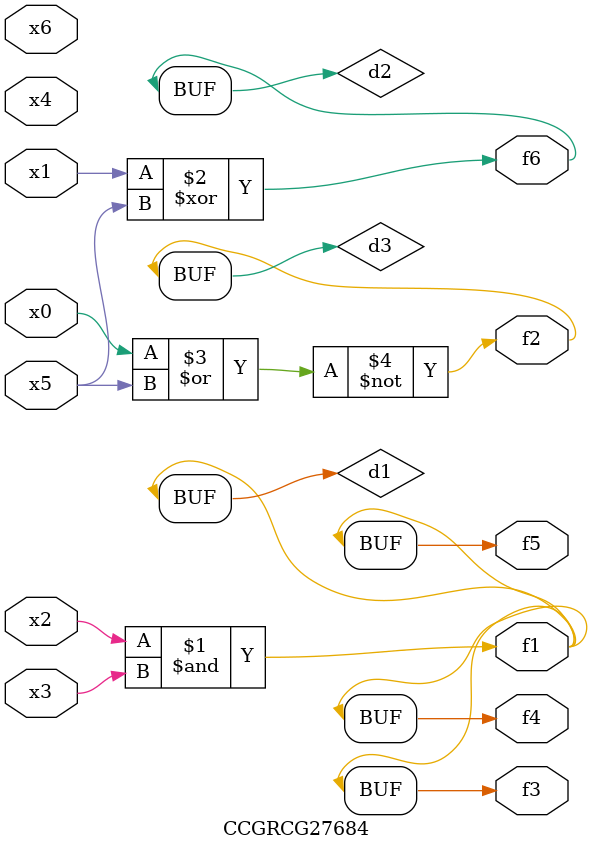
<source format=v>
module CCGRCG27684(
	input x0, x1, x2, x3, x4, x5, x6,
	output f1, f2, f3, f4, f5, f6
);

	wire d1, d2, d3;

	and (d1, x2, x3);
	xor (d2, x1, x5);
	nor (d3, x0, x5);
	assign f1 = d1;
	assign f2 = d3;
	assign f3 = d1;
	assign f4 = d1;
	assign f5 = d1;
	assign f6 = d2;
endmodule

</source>
